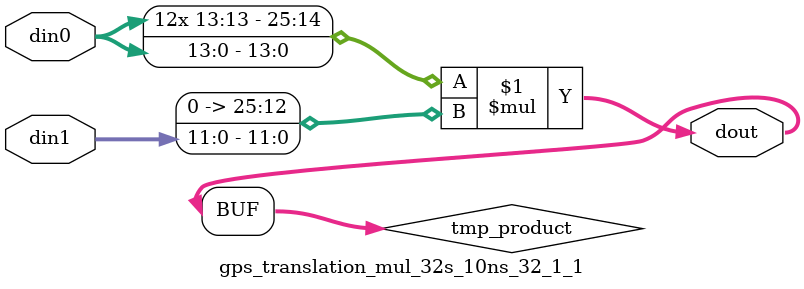
<source format=v>

`timescale 1 ns / 1 ps

  module gps_translation_mul_32s_10ns_32_1_1(din0, din1, dout);
parameter ID = 1;
parameter NUM_STAGE = 0;
parameter din0_WIDTH = 14;
parameter din1_WIDTH = 12;
parameter dout_WIDTH = 26;

input [din0_WIDTH - 1 : 0] din0; 
input [din1_WIDTH - 1 : 0] din1; 
output [dout_WIDTH - 1 : 0] dout;

wire signed [dout_WIDTH - 1 : 0] tmp_product;












assign tmp_product = $signed(din0) * $signed({1'b0, din1});









assign dout = tmp_product;







endmodule

</source>
